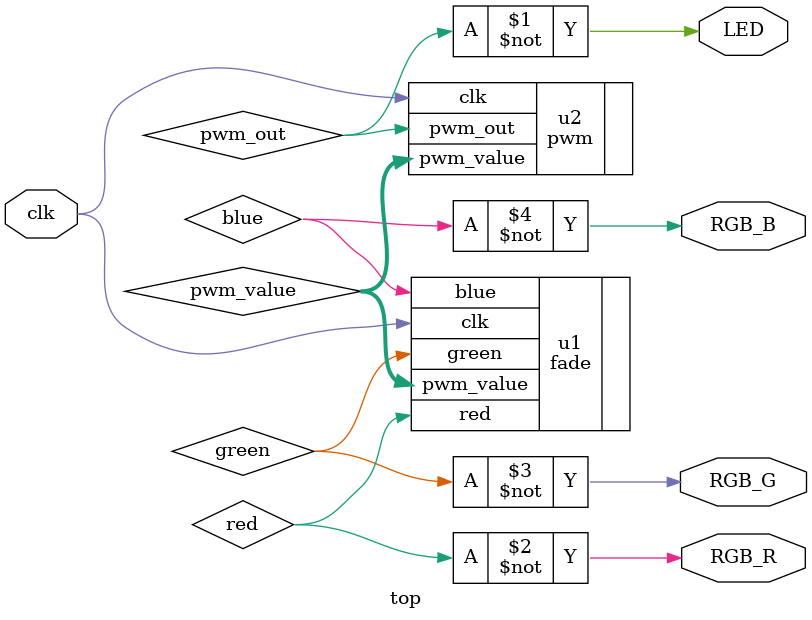
<source format=sv>
`include "single.sv"
`include "pwm_original.sv"


module top #(
    parameter PWM_INTERVAL = 1200       // CLK frequency is 12MHz, so 1,200 cycles is 100us
)(
    input logic     clk, 
    output logic    LED,
    output logic    RGB_R,
    output logic    RGB_G,
    output logic    RGB_B
);

    logic [$clog2(PWM_INTERVAL) - 1:0] pwm_value;
    logic pwm_out;

    fade #(
        .PWM_INTERVAL   (PWM_INTERVAL)
    ) u1 (
        .clk            (clk), 
        .pwm_value      (pwm_value),
        .red            (red),
        .green          (green),
        .blue           (blue)
    );

    pwm #(
        .PWM_INTERVAL   (PWM_INTERVAL)
    ) u2 (
        .clk            (clk), 
        .pwm_value      (pwm_value), 
        .pwm_out        (pwm_out)
    );

    assign LED = ~pwm_out;
    assign RGB_R = ~red;
    assign RGB_G = ~green;
    assign RGB_B = ~blue;

endmodule

</source>
